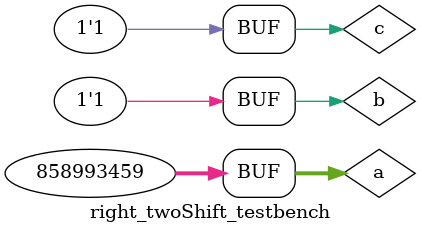
<source format=v>
`define DELAY 20
module right_twoShift_testbench(); 
reg [31:0] 	a;
reg			b,
				c;
wire [31:0] result;

right_two_shift rs (result, a, b);

initial begin
a = 32'b11001100110011001100110011001100; b = 0; c = 0;
#`DELAY;
a = 32'b11001100110011001100110011001100; b = 0; c = 1;
#`DELAY;
a = 32'b11001100110011001100110011001100; b = 1; c = 0;
#`DELAY;
a = 32'b11001100110011001100110011001100; b = 1; c = 1;
#`DELAY;
a = 32'b00110011001100110011001100110011; b = 0; c = 0;
#`DELAY;
a = 32'b00110011001100110011001100110011; b = 0; c = 1;
#`DELAY;
a = 32'b00110011001100110011001100110011; b = 1; c = 0;
#`DELAY;
a = 32'b00110011001100110011001100110011; b = 1; c = 1;
#`DELAY;
end
 
 
initial
begin
$monitor("time = %2d, a =%1b, b=%1b, a/l= %1b, result=%1b", $time, a, b, c, result);
end
 
endmodule
</source>
